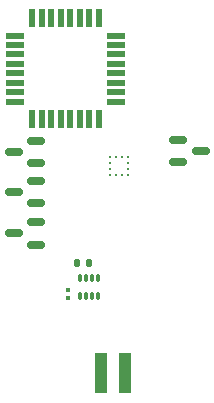
<source format=gbr>
%TF.GenerationSoftware,KiCad,Pcbnew,7.0.7*%
%TF.CreationDate,2024-03-31T00:03:08-06:00*%
%TF.ProjectId,timer,74696d65-722e-46b6-9963-61645f706362,rev?*%
%TF.SameCoordinates,Original*%
%TF.FileFunction,Paste,Top*%
%TF.FilePolarity,Positive*%
%FSLAX46Y46*%
G04 Gerber Fmt 4.6, Leading zero omitted, Abs format (unit mm)*
G04 Created by KiCad (PCBNEW 7.0.7) date 2024-03-31 00:03:08*
%MOMM*%
%LPD*%
G01*
G04 APERTURE LIST*
G04 Aperture macros list*
%AMRoundRect*
0 Rectangle with rounded corners*
0 $1 Rounding radius*
0 $2 $3 $4 $5 $6 $7 $8 $9 X,Y pos of 4 corners*
0 Add a 4 corners polygon primitive as box body*
4,1,4,$2,$3,$4,$5,$6,$7,$8,$9,$2,$3,0*
0 Add four circle primitives for the rounded corners*
1,1,$1+$1,$2,$3*
1,1,$1+$1,$4,$5*
1,1,$1+$1,$6,$7*
1,1,$1+$1,$8,$9*
0 Add four rect primitives between the rounded corners*
20,1,$1+$1,$2,$3,$4,$5,0*
20,1,$1+$1,$4,$5,$6,$7,0*
20,1,$1+$1,$6,$7,$8,$9,0*
20,1,$1+$1,$8,$9,$2,$3,0*%
G04 Aperture macros list end*
%ADD10RoundRect,0.150000X-0.587500X-0.150000X0.587500X-0.150000X0.587500X0.150000X-0.587500X0.150000X0*%
%ADD11RoundRect,0.150000X0.587500X0.150000X-0.587500X0.150000X-0.587500X-0.150000X0.587500X-0.150000X0*%
%ADD12R,1.600000X0.550000*%
%ADD13R,0.550000X1.600000*%
%ADD14R,0.250000X0.275000*%
%ADD15R,0.275000X0.250000*%
%ADD16RoundRect,0.079500X-0.100500X0.079500X-0.100500X-0.079500X0.100500X-0.079500X0.100500X0.079500X0*%
%ADD17RoundRect,0.050000X0.100000X-0.285000X0.100000X0.285000X-0.100000X0.285000X-0.100000X-0.285000X0*%
%ADD18R,1.000000X3.500000*%
%ADD19RoundRect,0.135000X0.135000X0.185000X-0.135000X0.185000X-0.135000X-0.185000X0.135000X-0.185000X0*%
G04 APERTURE END LIST*
D10*
%TO.C,Q4*%
X221062500Y-86300000D03*
X221062500Y-88200000D03*
X222937500Y-87250000D03*
%TD*%
D11*
%TO.C,Q3*%
X209000000Y-95150000D03*
X209000000Y-93250000D03*
X207125000Y-94200000D03*
%TD*%
D12*
%TO.C,U1*%
X215750000Y-83050000D03*
X215750000Y-82250000D03*
X215750000Y-81450000D03*
X215750000Y-80650000D03*
X215750000Y-79850000D03*
X215750000Y-79050000D03*
X215750000Y-78250000D03*
X215750000Y-77450000D03*
D13*
X214300000Y-76000000D03*
X213500000Y-76000000D03*
X212700000Y-76000000D03*
X211900000Y-76000000D03*
X211100000Y-76000000D03*
X210300000Y-76000000D03*
X209500000Y-76000000D03*
X208700000Y-76000000D03*
D12*
X207250000Y-77450000D03*
X207250000Y-78250000D03*
X207250000Y-79050000D03*
X207250000Y-79850000D03*
X207250000Y-80650000D03*
X207250000Y-81450000D03*
X207250000Y-82250000D03*
X207250000Y-83050000D03*
D13*
X208700000Y-84500000D03*
X209500000Y-84500000D03*
X210300000Y-84500000D03*
X211100000Y-84500000D03*
X211900000Y-84500000D03*
X212700000Y-84500000D03*
X213500000Y-84500000D03*
X214300000Y-84500000D03*
%TD*%
D11*
%TO.C,Q1*%
X209000000Y-88250000D03*
X209000000Y-86350000D03*
X207125000Y-87300000D03*
%TD*%
D14*
%TO.C,U3*%
X216750000Y-87737500D03*
X216250000Y-87737500D03*
X215750000Y-87737500D03*
X215250000Y-87737500D03*
D15*
X215237500Y-88250000D03*
X215237500Y-88750000D03*
D14*
X215250000Y-89262500D03*
X215750000Y-89262500D03*
X216250000Y-89262500D03*
X216750000Y-89262500D03*
D15*
X216762500Y-88750000D03*
X216762500Y-88250000D03*
%TD*%
D11*
%TO.C,Q2*%
X209000000Y-91650000D03*
X209000000Y-89750000D03*
X207125000Y-90700000D03*
%TD*%
D16*
%TO.C,L1*%
X211750000Y-98975000D03*
X211750000Y-99665000D03*
%TD*%
D17*
%TO.C,U2*%
X212750000Y-99490000D03*
X213250000Y-99490000D03*
X213750000Y-99490000D03*
X214250000Y-99490000D03*
X214250000Y-98010000D03*
X213750000Y-98010000D03*
X213250000Y-98010000D03*
X212750000Y-98010000D03*
%TD*%
D18*
%TO.C,BT1*%
X214500000Y-106000000D03*
X216500000Y-106000000D03*
%TD*%
D19*
%TO.C,R1*%
X213510000Y-96750000D03*
X212490000Y-96750000D03*
%TD*%
M02*

</source>
